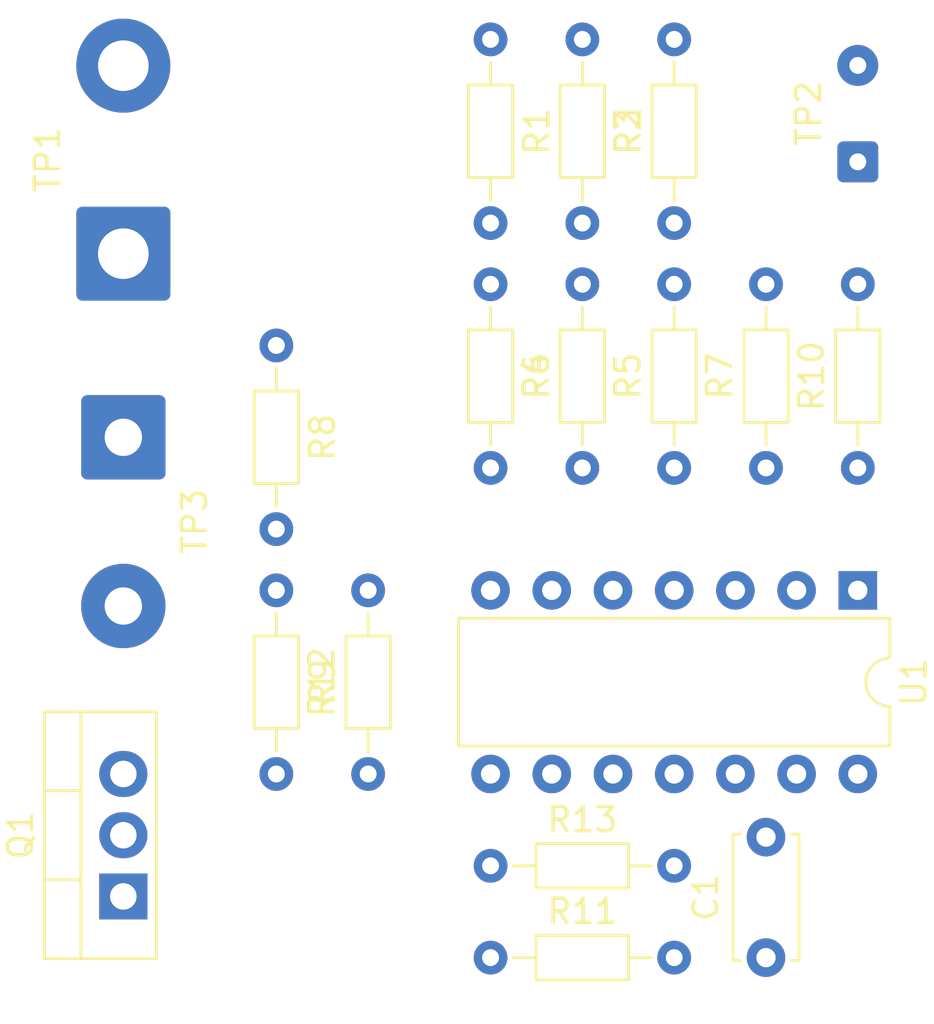
<source format=kicad_pcb>
(kicad_pcb (version 20171130) (host pcbnew "(5.1.12)-1")

  (general
    (thickness 1.6)
    (drawings 0)
    (tracks 0)
    (zones 0)
    (modules 19)
    (nets 13)
  )

  (page A4)
  (layers
    (0 F.Cu signal)
    (31 B.Cu signal)
    (32 B.Adhes user)
    (33 F.Adhes user)
    (34 B.Paste user)
    (35 F.Paste user)
    (36 B.SilkS user)
    (37 F.SilkS user)
    (38 B.Mask user)
    (39 F.Mask user)
    (40 Dwgs.User user)
    (41 Cmts.User user)
    (42 Eco1.User user)
    (43 Eco2.User user)
    (44 Edge.Cuts user)
    (45 Margin user)
    (46 B.CrtYd user)
    (47 F.CrtYd user)
    (48 B.Fab user)
    (49 F.Fab user)
  )

  (setup
    (last_trace_width 0.25)
    (trace_clearance 0.2)
    (zone_clearance 0.508)
    (zone_45_only no)
    (trace_min 0.2)
    (via_size 0.8)
    (via_drill 0.4)
    (via_min_size 0.4)
    (via_min_drill 0.3)
    (uvia_size 0.3)
    (uvia_drill 0.1)
    (uvias_allowed no)
    (uvia_min_size 0.2)
    (uvia_min_drill 0.1)
    (edge_width 0.05)
    (segment_width 0.2)
    (pcb_text_width 0.3)
    (pcb_text_size 1.5 1.5)
    (mod_edge_width 0.12)
    (mod_text_size 1 1)
    (mod_text_width 0.15)
    (pad_size 1.524 1.524)
    (pad_drill 0.762)
    (pad_to_mask_clearance 0)
    (aux_axis_origin 0 0)
    (visible_elements FFFFFF7F)
    (pcbplotparams
      (layerselection 0x010fc_ffffffff)
      (usegerberextensions false)
      (usegerberattributes true)
      (usegerberadvancedattributes true)
      (creategerberjobfile true)
      (excludeedgelayer true)
      (linewidth 0.100000)
      (plotframeref false)
      (viasonmask false)
      (mode 1)
      (useauxorigin false)
      (hpglpennumber 1)
      (hpglpenspeed 20)
      (hpglpendiameter 15.000000)
      (psnegative false)
      (psa4output false)
      (plotreference true)
      (plotvalue true)
      (plotinvisibletext false)
      (padsonsilk false)
      (subtractmaskfromsilk false)
      (outputformat 1)
      (mirror false)
      (drillshape 1)
      (scaleselection 1)
      (outputdirectory ""))
  )

  (net 0 "")
  (net 1 GND)
  (net 2 "Net-(C1-Pad1)")
  (net 3 "Net-(Q1-Pad2)")
  (net 4 "Net-(Q1-Pad1)")
  (net 5 "Net-(R1-Pad2)")
  (net 6 +12V)
  (net 7 "Net-(R2-Pad2)")
  (net 8 "Net-(R4-Pad1)")
  (net 9 "Net-(R5-Pad1)")
  (net 10 "Net-(R10-Pad1)")
  (net 11 "Net-(R12-Pad2)")
  (net 12 "Net-(R11-Pad1)")

  (net_class Default "This is the default net class."
    (clearance 0.2)
    (trace_width 0.25)
    (via_dia 0.8)
    (via_drill 0.4)
    (uvia_dia 0.3)
    (uvia_drill 0.1)
    (add_net +12V)
    (add_net GND)
    (add_net "Net-(C1-Pad1)")
    (add_net "Net-(Q1-Pad1)")
    (add_net "Net-(Q1-Pad2)")
    (add_net "Net-(R1-Pad2)")
    (add_net "Net-(R10-Pad1)")
    (add_net "Net-(R11-Pad1)")
    (add_net "Net-(R12-Pad2)")
    (add_net "Net-(R2-Pad2)")
    (add_net "Net-(R4-Pad1)")
    (add_net "Net-(R5-Pad1)")
  )

  (module Resistor_THT:R_Axial_DIN0204_L3.6mm_D1.6mm_P7.62mm_Horizontal (layer F.Cu) (tedit 5AE5139B) (tstamp 61AD2B68)
    (at 107.95 43.18 270)
    (descr "Resistor, Axial_DIN0204 series, Axial, Horizontal, pin pitch=7.62mm, 0.167W, length*diameter=3.6*1.6mm^2, http://cdn-reichelt.de/documents/datenblatt/B400/1_4W%23YAG.pdf")
    (tags "Resistor Axial_DIN0204 series Axial Horizontal pin pitch 7.62mm 0.167W length 3.6mm diameter 1.6mm")
    (path /61AC1048)
    (fp_text reference R1 (at 3.81 -1.92 90) (layer F.SilkS)
      (effects (font (size 1 1) (thickness 0.15)))
    )
    (fp_text value 4,7k (at 3.81 1.92 90) (layer F.Fab)
      (effects (font (size 1 1) (thickness 0.15)))
    )
    (fp_text user %R (at 3.81 0 90) (layer F.Fab)
      (effects (font (size 0.72 0.72) (thickness 0.108)))
    )
    (fp_line (start 2.01 -0.8) (end 2.01 0.8) (layer F.Fab) (width 0.1))
    (fp_line (start 2.01 0.8) (end 5.61 0.8) (layer F.Fab) (width 0.1))
    (fp_line (start 5.61 0.8) (end 5.61 -0.8) (layer F.Fab) (width 0.1))
    (fp_line (start 5.61 -0.8) (end 2.01 -0.8) (layer F.Fab) (width 0.1))
    (fp_line (start 0 0) (end 2.01 0) (layer F.Fab) (width 0.1))
    (fp_line (start 7.62 0) (end 5.61 0) (layer F.Fab) (width 0.1))
    (fp_line (start 1.89 -0.92) (end 1.89 0.92) (layer F.SilkS) (width 0.12))
    (fp_line (start 1.89 0.92) (end 5.73 0.92) (layer F.SilkS) (width 0.12))
    (fp_line (start 5.73 0.92) (end 5.73 -0.92) (layer F.SilkS) (width 0.12))
    (fp_line (start 5.73 -0.92) (end 1.89 -0.92) (layer F.SilkS) (width 0.12))
    (fp_line (start 0.94 0) (end 1.89 0) (layer F.SilkS) (width 0.12))
    (fp_line (start 6.68 0) (end 5.73 0) (layer F.SilkS) (width 0.12))
    (fp_line (start -0.95 -1.05) (end -0.95 1.05) (layer F.CrtYd) (width 0.05))
    (fp_line (start -0.95 1.05) (end 8.57 1.05) (layer F.CrtYd) (width 0.05))
    (fp_line (start 8.57 1.05) (end 8.57 -1.05) (layer F.CrtYd) (width 0.05))
    (fp_line (start 8.57 -1.05) (end -0.95 -1.05) (layer F.CrtYd) (width 0.05))
    (pad 2 thru_hole oval (at 7.62 0 270) (size 1.4 1.4) (drill 0.7) (layers *.Cu *.Mask)
      (net 5 "Net-(R1-Pad2)"))
    (pad 1 thru_hole circle (at 0 0 270) (size 1.4 1.4) (drill 0.7) (layers *.Cu *.Mask)
      (net 6 +12V))
    (model ${KISYS3DMOD}/Resistor_THT.3dshapes/R_Axial_DIN0204_L3.6mm_D1.6mm_P7.62mm_Horizontal.wrl
      (at (xyz 0 0 0))
      (scale (xyz 1 1 1))
      (rotate (xyz 0 0 0))
    )
  )

  (module Package_DIP:DIP-14_W7.62mm (layer F.Cu) (tedit 5A02E8C5) (tstamp 61AD2CD1)
    (at 123.19 66.04 270)
    (descr "14-lead though-hole mounted DIP package, row spacing 7.62 mm (300 mils)")
    (tags "THT DIP DIL PDIP 2.54mm 7.62mm 300mil")
    (path /61AC2E5A)
    (fp_text reference U1 (at 3.81 -2.33 90) (layer F.SilkS)
      (effects (font (size 1 1) (thickness 0.15)))
    )
    (fp_text value LM324 (at 3.81 17.57 90) (layer F.Fab)
      (effects (font (size 1 1) (thickness 0.15)))
    )
    (fp_text user %R (at 3.81 7.62 90) (layer F.Fab)
      (effects (font (size 1 1) (thickness 0.15)))
    )
    (fp_arc (start 3.81 -1.33) (end 2.81 -1.33) (angle -180) (layer F.SilkS) (width 0.12))
    (fp_line (start 1.635 -1.27) (end 6.985 -1.27) (layer F.Fab) (width 0.1))
    (fp_line (start 6.985 -1.27) (end 6.985 16.51) (layer F.Fab) (width 0.1))
    (fp_line (start 6.985 16.51) (end 0.635 16.51) (layer F.Fab) (width 0.1))
    (fp_line (start 0.635 16.51) (end 0.635 -0.27) (layer F.Fab) (width 0.1))
    (fp_line (start 0.635 -0.27) (end 1.635 -1.27) (layer F.Fab) (width 0.1))
    (fp_line (start 2.81 -1.33) (end 1.16 -1.33) (layer F.SilkS) (width 0.12))
    (fp_line (start 1.16 -1.33) (end 1.16 16.57) (layer F.SilkS) (width 0.12))
    (fp_line (start 1.16 16.57) (end 6.46 16.57) (layer F.SilkS) (width 0.12))
    (fp_line (start 6.46 16.57) (end 6.46 -1.33) (layer F.SilkS) (width 0.12))
    (fp_line (start 6.46 -1.33) (end 4.81 -1.33) (layer F.SilkS) (width 0.12))
    (fp_line (start -1.1 -1.55) (end -1.1 16.8) (layer F.CrtYd) (width 0.05))
    (fp_line (start -1.1 16.8) (end 8.7 16.8) (layer F.CrtYd) (width 0.05))
    (fp_line (start 8.7 16.8) (end 8.7 -1.55) (layer F.CrtYd) (width 0.05))
    (fp_line (start 8.7 -1.55) (end -1.1 -1.55) (layer F.CrtYd) (width 0.05))
    (pad 14 thru_hole oval (at 7.62 0 270) (size 1.6 1.6) (drill 0.8) (layers *.Cu *.Mask))
    (pad 7 thru_hole oval (at 0 15.24 270) (size 1.6 1.6) (drill 0.8) (layers *.Cu *.Mask)
      (net 12 "Net-(R11-Pad1)"))
    (pad 13 thru_hole oval (at 7.62 2.54 270) (size 1.6 1.6) (drill 0.8) (layers *.Cu *.Mask))
    (pad 6 thru_hole oval (at 0 12.7 270) (size 1.6 1.6) (drill 0.8) (layers *.Cu *.Mask)
      (net 2 "Net-(C1-Pad1)"))
    (pad 12 thru_hole oval (at 7.62 5.08 270) (size 1.6 1.6) (drill 0.8) (layers *.Cu *.Mask))
    (pad 5 thru_hole oval (at 0 10.16 270) (size 1.6 1.6) (drill 0.8) (layers *.Cu *.Mask)
      (net 11 "Net-(R12-Pad2)"))
    (pad 11 thru_hole oval (at 7.62 7.62 270) (size 1.6 1.6) (drill 0.8) (layers *.Cu *.Mask)
      (net 1 GND))
    (pad 4 thru_hole oval (at 0 7.62 270) (size 1.6 1.6) (drill 0.8) (layers *.Cu *.Mask)
      (net 6 +12V))
    (pad 10 thru_hole oval (at 7.62 10.16 270) (size 1.6 1.6) (drill 0.8) (layers *.Cu *.Mask)
      (net 2 "Net-(C1-Pad1)"))
    (pad 3 thru_hole oval (at 0 5.08 270) (size 1.6 1.6) (drill 0.8) (layers *.Cu *.Mask)
      (net 8 "Net-(R4-Pad1)"))
    (pad 9 thru_hole oval (at 7.62 12.7 270) (size 1.6 1.6) (drill 0.8) (layers *.Cu *.Mask)
      (net 10 "Net-(R10-Pad1)"))
    (pad 2 thru_hole oval (at 0 2.54 270) (size 1.6 1.6) (drill 0.8) (layers *.Cu *.Mask)
      (net 9 "Net-(R5-Pad1)"))
    (pad 8 thru_hole oval (at 7.62 15.24 270) (size 1.6 1.6) (drill 0.8) (layers *.Cu *.Mask)
      (net 4 "Net-(Q1-Pad1)"))
    (pad 1 thru_hole rect (at 0 0 270) (size 1.6 1.6) (drill 0.8) (layers *.Cu *.Mask)
      (net 10 "Net-(R10-Pad1)"))
    (model ${KISYS3DMOD}/Package_DIP.3dshapes/DIP-14_W7.62mm.wrl
      (at (xyz 0 0 0))
      (scale (xyz 1 1 1))
      (rotate (xyz 0 0 0))
    )
  )

  (module Connector_Wire:SolderWire-0.75sqmm_1x02_P7mm_D1.25mm_OD3.5mm (layer F.Cu) (tedit 5EB70B44) (tstamp 61AD2CAF)
    (at 92.71 59.69 270)
    (descr "Soldered wire connection, for 2 times 0.75 mm² wires, reinforced insulation, conductor diameter 1.25mm, outer diameter 3.5mm, size source Multi-Contact FLEXI-xV 0.75 (https://ec.staubli.com/AcroFiles/Catalogues/TM_Cab-Main-11014119_(en)_hi.pdf), bend radius 3 times outer diameter, generated with kicad-footprint-generator")
    (tags "connector wire 0.75sqmm")
    (path /61ADFB6E)
    (attr virtual)
    (fp_text reference TP3 (at 3.5 -2.95 90) (layer F.SilkS)
      (effects (font (size 1 1) (thickness 0.15)))
    )
    (fp_text value Motor (at 3.5 2.95 90) (layer F.Fab)
      (effects (font (size 1 1) (thickness 0.15)))
    )
    (fp_text user %R (at 3.5 0) (layer F.Fab)
      (effects (font (size 1 1) (thickness 0.15)))
    )
    (fp_circle (center 0 0) (end 1.75 0) (layer F.Fab) (width 0.1))
    (fp_circle (center 7 0) (end 8.75 0) (layer F.Fab) (width 0.1))
    (fp_line (start -2.5 -2.25) (end -2.5 2.25) (layer F.CrtYd) (width 0.05))
    (fp_line (start -2.5 2.25) (end 2.5 2.25) (layer F.CrtYd) (width 0.05))
    (fp_line (start 2.5 2.25) (end 2.5 -2.25) (layer F.CrtYd) (width 0.05))
    (fp_line (start 2.5 -2.25) (end -2.5 -2.25) (layer F.CrtYd) (width 0.05))
    (fp_line (start 4.5 -2.25) (end 4.5 2.25) (layer F.CrtYd) (width 0.05))
    (fp_line (start 4.5 2.25) (end 9.5 2.25) (layer F.CrtYd) (width 0.05))
    (fp_line (start 9.5 2.25) (end 9.5 -2.25) (layer F.CrtYd) (width 0.05))
    (fp_line (start 9.5 -2.25) (end 4.5 -2.25) (layer F.CrtYd) (width 0.05))
    (pad 2 thru_hole circle (at 7 0 270) (size 3.5 3.5) (drill 1.55) (layers *.Cu *.Mask)
      (net 3 "Net-(Q1-Pad2)"))
    (pad 1 thru_hole roundrect (at 0 0 270) (size 3.5 3.5) (drill 1.55) (layers *.Cu *.Mask) (roundrect_rratio 0.07142900000000001)
      (net 6 +12V))
    (model ${KISYS3DMOD}/Connector_Wire.3dshapes/SolderWire-0.75sqmm_1x02_P7mm_D1.25mm_OD3.5mm.wrl
      (at (xyz 0 0 0))
      (scale (xyz 1 1 1))
      (rotate (xyz 0 0 0))
    )
  )

  (module Connector_Wire:SolderWire-0.15sqmm_1x02_P4mm_D0.5mm_OD1.5mm (layer F.Cu) (tedit 5EB70B42) (tstamp 61AD2C9E)
    (at 123.19 48.26 90)
    (descr "Soldered wire connection, for 2 times 0.15 mm² wires, basic insulation, conductor diameter 0.5mm, outer diameter 1.5mm, size source Multi-Contact FLEXI-E 0.15 (https://ec.staubli.com/AcroFiles/Catalogues/TM_Cab-Main-11014119_(en)_hi.pdf), bend radius 3 times outer diameter, generated with kicad-footprint-generator")
    (tags "connector wire 0.15sqmm")
    (path /61AD7916)
    (attr virtual)
    (fp_text reference TP2 (at 2 -2.05 90) (layer F.SilkS)
      (effects (font (size 1 1) (thickness 0.15)))
    )
    (fp_text value NTC (at 2 2.05 90) (layer F.Fab)
      (effects (font (size 1 1) (thickness 0.15)))
    )
    (fp_text user %R (at 2 0) (layer F.Fab)
      (effects (font (size 0.68 0.68) (thickness 0.1)))
    )
    (fp_circle (center 0 0) (end 0.75 0) (layer F.Fab) (width 0.1))
    (fp_circle (center 4 0) (end 4.75 0) (layer F.Fab) (width 0.1))
    (fp_line (start -1.5 -1.35) (end -1.5 1.35) (layer F.CrtYd) (width 0.05))
    (fp_line (start -1.5 1.35) (end 1.5 1.35) (layer F.CrtYd) (width 0.05))
    (fp_line (start 1.5 1.35) (end 1.5 -1.35) (layer F.CrtYd) (width 0.05))
    (fp_line (start 1.5 -1.35) (end -1.5 -1.35) (layer F.CrtYd) (width 0.05))
    (fp_line (start 2.5 -1.35) (end 2.5 1.35) (layer F.CrtYd) (width 0.05))
    (fp_line (start 2.5 1.35) (end 5.5 1.35) (layer F.CrtYd) (width 0.05))
    (fp_line (start 5.5 1.35) (end 5.5 -1.35) (layer F.CrtYd) (width 0.05))
    (fp_line (start 5.5 -1.35) (end 2.5 -1.35) (layer F.CrtYd) (width 0.05))
    (pad 2 thru_hole circle (at 4 0 90) (size 1.7 1.7) (drill 0.7) (layers *.Cu *.Mask)
      (net 1 GND))
    (pad 1 thru_hole roundrect (at 0 0 90) (size 1.7 1.7) (drill 0.7) (layers *.Cu *.Mask) (roundrect_rratio 0.147059)
      (net 5 "Net-(R1-Pad2)"))
    (model ${KISYS3DMOD}/Connector_Wire.3dshapes/SolderWire-0.15sqmm_1x02_P4mm_D0.5mm_OD1.5mm.wrl
      (at (xyz 0 0 0))
      (scale (xyz 1 1 1))
      (rotate (xyz 0 0 0))
    )
  )

  (module Connector_Wire:SolderWire-1.5sqmm_1x02_P7.8mm_D1.7mm_OD3.9mm (layer F.Cu) (tedit 5EB70B45) (tstamp 61AD2C8D)
    (at 92.71 52.07 90)
    (descr "Soldered wire connection, for 2 times 1.5 mm² wires, reinforced insulation, conductor diameter 1.7mm, outer diameter 3.9mm, size source Multi-Contact FLEXI-xV 1.5 (https://ec.staubli.com/AcroFiles/Catalogues/TM_Cab-Main-11014119_(en)_hi.pdf), bend radius 3 times outer diameter, generated with kicad-footprint-generator")
    (tags "connector wire 1.5sqmm")
    (path /61AEB955)
    (attr virtual)
    (fp_text reference TP1 (at 3.9 -3.15 90) (layer F.SilkS)
      (effects (font (size 1 1) (thickness 0.15)))
    )
    (fp_text value Zasilanie (at 3.9 3.15 90) (layer F.Fab)
      (effects (font (size 1 1) (thickness 0.15)))
    )
    (fp_text user %R (at 3.9 0) (layer F.Fab)
      (effects (font (size 1 1) (thickness 0.15)))
    )
    (fp_circle (center 0 0) (end 1.95 0) (layer F.Fab) (width 0.1))
    (fp_circle (center 7.8 0) (end 9.75 0) (layer F.Fab) (width 0.1))
    (fp_line (start -2.7 -2.45) (end -2.7 2.45) (layer F.CrtYd) (width 0.05))
    (fp_line (start -2.7 2.45) (end 2.7 2.45) (layer F.CrtYd) (width 0.05))
    (fp_line (start 2.7 2.45) (end 2.7 -2.45) (layer F.CrtYd) (width 0.05))
    (fp_line (start 2.7 -2.45) (end -2.7 -2.45) (layer F.CrtYd) (width 0.05))
    (fp_line (start 5.1 -2.45) (end 5.1 2.45) (layer F.CrtYd) (width 0.05))
    (fp_line (start 5.1 2.45) (end 10.5 2.45) (layer F.CrtYd) (width 0.05))
    (fp_line (start 10.5 2.45) (end 10.5 -2.45) (layer F.CrtYd) (width 0.05))
    (fp_line (start 10.5 -2.45) (end 5.1 -2.45) (layer F.CrtYd) (width 0.05))
    (pad 2 thru_hole circle (at 7.8 0 90) (size 3.9 3.9) (drill 2.1) (layers *.Cu *.Mask)
      (net 1 GND))
    (pad 1 thru_hole roundrect (at 0 0 90) (size 3.9 3.9) (drill 2.1) (layers *.Cu *.Mask) (roundrect_rratio 0.06410299999999999)
      (net 6 +12V))
    (model ${KISYS3DMOD}/Connector_Wire.3dshapes/SolderWire-1.5sqmm_1x02_P7.8mm_D1.7mm_OD3.9mm.wrl
      (at (xyz 0 0 0))
      (scale (xyz 1 1 1))
      (rotate (xyz 0 0 0))
    )
  )

  (module Resistor_THT:R_Axial_DIN0204_L3.6mm_D1.6mm_P7.62mm_Horizontal (layer F.Cu) (tedit 5AE5139B) (tstamp 61AD2C7C)
    (at 107.95 77.47)
    (descr "Resistor, Axial_DIN0204 series, Axial, Horizontal, pin pitch=7.62mm, 0.167W, length*diameter=3.6*1.6mm^2, http://cdn-reichelt.de/documents/datenblatt/B400/1_4W%23YAG.pdf")
    (tags "Resistor Axial_DIN0204 series Axial Horizontal pin pitch 7.62mm 0.167W length 3.6mm diameter 1.6mm")
    (path /61AD1C00)
    (fp_text reference R13 (at 3.81 -1.92) (layer F.SilkS)
      (effects (font (size 1 1) (thickness 0.15)))
    )
    (fp_text value 100k (at 3.81 1.92) (layer F.Fab)
      (effects (font (size 1 1) (thickness 0.15)))
    )
    (fp_text user %R (at 3.81 0) (layer F.Fab)
      (effects (font (size 0.72 0.72) (thickness 0.108)))
    )
    (fp_line (start 2.01 -0.8) (end 2.01 0.8) (layer F.Fab) (width 0.1))
    (fp_line (start 2.01 0.8) (end 5.61 0.8) (layer F.Fab) (width 0.1))
    (fp_line (start 5.61 0.8) (end 5.61 -0.8) (layer F.Fab) (width 0.1))
    (fp_line (start 5.61 -0.8) (end 2.01 -0.8) (layer F.Fab) (width 0.1))
    (fp_line (start 0 0) (end 2.01 0) (layer F.Fab) (width 0.1))
    (fp_line (start 7.62 0) (end 5.61 0) (layer F.Fab) (width 0.1))
    (fp_line (start 1.89 -0.92) (end 1.89 0.92) (layer F.SilkS) (width 0.12))
    (fp_line (start 1.89 0.92) (end 5.73 0.92) (layer F.SilkS) (width 0.12))
    (fp_line (start 5.73 0.92) (end 5.73 -0.92) (layer F.SilkS) (width 0.12))
    (fp_line (start 5.73 -0.92) (end 1.89 -0.92) (layer F.SilkS) (width 0.12))
    (fp_line (start 0.94 0) (end 1.89 0) (layer F.SilkS) (width 0.12))
    (fp_line (start 6.68 0) (end 5.73 0) (layer F.SilkS) (width 0.12))
    (fp_line (start -0.95 -1.05) (end -0.95 1.05) (layer F.CrtYd) (width 0.05))
    (fp_line (start -0.95 1.05) (end 8.57 1.05) (layer F.CrtYd) (width 0.05))
    (fp_line (start 8.57 1.05) (end 8.57 -1.05) (layer F.CrtYd) (width 0.05))
    (fp_line (start 8.57 -1.05) (end -0.95 -1.05) (layer F.CrtYd) (width 0.05))
    (pad 2 thru_hole oval (at 7.62 0) (size 1.4 1.4) (drill 0.7) (layers *.Cu *.Mask)
      (net 1 GND))
    (pad 1 thru_hole circle (at 0 0) (size 1.4 1.4) (drill 0.7) (layers *.Cu *.Mask)
      (net 4 "Net-(Q1-Pad1)"))
    (model ${KISYS3DMOD}/Resistor_THT.3dshapes/R_Axial_DIN0204_L3.6mm_D1.6mm_P7.62mm_Horizontal.wrl
      (at (xyz 0 0 0))
      (scale (xyz 1 1 1))
      (rotate (xyz 0 0 0))
    )
  )

  (module Resistor_THT:R_Axial_DIN0204_L3.6mm_D1.6mm_P7.62mm_Horizontal (layer F.Cu) (tedit 5AE5139B) (tstamp 61AD2C65)
    (at 102.87 73.66 90)
    (descr "Resistor, Axial_DIN0204 series, Axial, Horizontal, pin pitch=7.62mm, 0.167W, length*diameter=3.6*1.6mm^2, http://cdn-reichelt.de/documents/datenblatt/B400/1_4W%23YAG.pdf")
    (tags "Resistor Axial_DIN0204 series Axial Horizontal pin pitch 7.62mm 0.167W length 3.6mm diameter 1.6mm")
    (path /61ACE2C6)
    (fp_text reference R12 (at 3.81 -1.92 90) (layer F.SilkS)
      (effects (font (size 1 1) (thickness 0.15)))
    )
    (fp_text value 10k (at 3.81 1.92 90) (layer F.Fab)
      (effects (font (size 1 1) (thickness 0.15)))
    )
    (fp_text user %R (at 3.81 0 90) (layer F.Fab)
      (effects (font (size 0.72 0.72) (thickness 0.108)))
    )
    (fp_line (start 2.01 -0.8) (end 2.01 0.8) (layer F.Fab) (width 0.1))
    (fp_line (start 2.01 0.8) (end 5.61 0.8) (layer F.Fab) (width 0.1))
    (fp_line (start 5.61 0.8) (end 5.61 -0.8) (layer F.Fab) (width 0.1))
    (fp_line (start 5.61 -0.8) (end 2.01 -0.8) (layer F.Fab) (width 0.1))
    (fp_line (start 0 0) (end 2.01 0) (layer F.Fab) (width 0.1))
    (fp_line (start 7.62 0) (end 5.61 0) (layer F.Fab) (width 0.1))
    (fp_line (start 1.89 -0.92) (end 1.89 0.92) (layer F.SilkS) (width 0.12))
    (fp_line (start 1.89 0.92) (end 5.73 0.92) (layer F.SilkS) (width 0.12))
    (fp_line (start 5.73 0.92) (end 5.73 -0.92) (layer F.SilkS) (width 0.12))
    (fp_line (start 5.73 -0.92) (end 1.89 -0.92) (layer F.SilkS) (width 0.12))
    (fp_line (start 0.94 0) (end 1.89 0) (layer F.SilkS) (width 0.12))
    (fp_line (start 6.68 0) (end 5.73 0) (layer F.SilkS) (width 0.12))
    (fp_line (start -0.95 -1.05) (end -0.95 1.05) (layer F.CrtYd) (width 0.05))
    (fp_line (start -0.95 1.05) (end 8.57 1.05) (layer F.CrtYd) (width 0.05))
    (fp_line (start 8.57 1.05) (end 8.57 -1.05) (layer F.CrtYd) (width 0.05))
    (fp_line (start 8.57 -1.05) (end -0.95 -1.05) (layer F.CrtYd) (width 0.05))
    (pad 2 thru_hole oval (at 7.62 0 90) (size 1.4 1.4) (drill 0.7) (layers *.Cu *.Mask)
      (net 11 "Net-(R12-Pad2)"))
    (pad 1 thru_hole circle (at 0 0 90) (size 1.4 1.4) (drill 0.7) (layers *.Cu *.Mask)
      (net 12 "Net-(R11-Pad1)"))
    (model ${KISYS3DMOD}/Resistor_THT.3dshapes/R_Axial_DIN0204_L3.6mm_D1.6mm_P7.62mm_Horizontal.wrl
      (at (xyz 0 0 0))
      (scale (xyz 1 1 1))
      (rotate (xyz 0 0 0))
    )
  )

  (module Resistor_THT:R_Axial_DIN0204_L3.6mm_D1.6mm_P7.62mm_Horizontal (layer F.Cu) (tedit 5AE5139B) (tstamp 61AD2C4E)
    (at 107.95 81.28)
    (descr "Resistor, Axial_DIN0204 series, Axial, Horizontal, pin pitch=7.62mm, 0.167W, length*diameter=3.6*1.6mm^2, http://cdn-reichelt.de/documents/datenblatt/B400/1_4W%23YAG.pdf")
    (tags "Resistor Axial_DIN0204 series Axial Horizontal pin pitch 7.62mm 0.167W length 3.6mm diameter 1.6mm")
    (path /61ACF4D8)
    (fp_text reference R11 (at 3.81 -1.92) (layer F.SilkS)
      (effects (font (size 1 1) (thickness 0.15)))
    )
    (fp_text value 10k (at 3.81 1.92) (layer F.Fab)
      (effects (font (size 1 1) (thickness 0.15)))
    )
    (fp_text user %R (at 3.81 0) (layer F.Fab)
      (effects (font (size 0.72 0.72) (thickness 0.108)))
    )
    (fp_line (start 2.01 -0.8) (end 2.01 0.8) (layer F.Fab) (width 0.1))
    (fp_line (start 2.01 0.8) (end 5.61 0.8) (layer F.Fab) (width 0.1))
    (fp_line (start 5.61 0.8) (end 5.61 -0.8) (layer F.Fab) (width 0.1))
    (fp_line (start 5.61 -0.8) (end 2.01 -0.8) (layer F.Fab) (width 0.1))
    (fp_line (start 0 0) (end 2.01 0) (layer F.Fab) (width 0.1))
    (fp_line (start 7.62 0) (end 5.61 0) (layer F.Fab) (width 0.1))
    (fp_line (start 1.89 -0.92) (end 1.89 0.92) (layer F.SilkS) (width 0.12))
    (fp_line (start 1.89 0.92) (end 5.73 0.92) (layer F.SilkS) (width 0.12))
    (fp_line (start 5.73 0.92) (end 5.73 -0.92) (layer F.SilkS) (width 0.12))
    (fp_line (start 5.73 -0.92) (end 1.89 -0.92) (layer F.SilkS) (width 0.12))
    (fp_line (start 0.94 0) (end 1.89 0) (layer F.SilkS) (width 0.12))
    (fp_line (start 6.68 0) (end 5.73 0) (layer F.SilkS) (width 0.12))
    (fp_line (start -0.95 -1.05) (end -0.95 1.05) (layer F.CrtYd) (width 0.05))
    (fp_line (start -0.95 1.05) (end 8.57 1.05) (layer F.CrtYd) (width 0.05))
    (fp_line (start 8.57 1.05) (end 8.57 -1.05) (layer F.CrtYd) (width 0.05))
    (fp_line (start 8.57 -1.05) (end -0.95 -1.05) (layer F.CrtYd) (width 0.05))
    (pad 2 thru_hole oval (at 7.62 0) (size 1.4 1.4) (drill 0.7) (layers *.Cu *.Mask)
      (net 2 "Net-(C1-Pad1)"))
    (pad 1 thru_hole circle (at 0 0) (size 1.4 1.4) (drill 0.7) (layers *.Cu *.Mask)
      (net 12 "Net-(R11-Pad1)"))
    (model ${KISYS3DMOD}/Resistor_THT.3dshapes/R_Axial_DIN0204_L3.6mm_D1.6mm_P7.62mm_Horizontal.wrl
      (at (xyz 0 0 0))
      (scale (xyz 1 1 1))
      (rotate (xyz 0 0 0))
    )
  )

  (module Resistor_THT:R_Axial_DIN0204_L3.6mm_D1.6mm_P7.62mm_Horizontal (layer F.Cu) (tedit 5AE5139B) (tstamp 61AD2C37)
    (at 123.19 60.96 90)
    (descr "Resistor, Axial_DIN0204 series, Axial, Horizontal, pin pitch=7.62mm, 0.167W, length*diameter=3.6*1.6mm^2, http://cdn-reichelt.de/documents/datenblatt/B400/1_4W%23YAG.pdf")
    (tags "Resistor Axial_DIN0204 series Axial Horizontal pin pitch 7.62mm 0.167W length 3.6mm diameter 1.6mm")
    (path /61AD177B)
    (fp_text reference R10 (at 3.81 -1.92 90) (layer F.SilkS)
      (effects (font (size 1 1) (thickness 0.15)))
    )
    (fp_text value 100k (at 3.81 1.92 90) (layer F.Fab)
      (effects (font (size 1 1) (thickness 0.15)))
    )
    (fp_text user %R (at 3.81 0 90) (layer F.Fab)
      (effects (font (size 0.72 0.72) (thickness 0.108)))
    )
    (fp_line (start 2.01 -0.8) (end 2.01 0.8) (layer F.Fab) (width 0.1))
    (fp_line (start 2.01 0.8) (end 5.61 0.8) (layer F.Fab) (width 0.1))
    (fp_line (start 5.61 0.8) (end 5.61 -0.8) (layer F.Fab) (width 0.1))
    (fp_line (start 5.61 -0.8) (end 2.01 -0.8) (layer F.Fab) (width 0.1))
    (fp_line (start 0 0) (end 2.01 0) (layer F.Fab) (width 0.1))
    (fp_line (start 7.62 0) (end 5.61 0) (layer F.Fab) (width 0.1))
    (fp_line (start 1.89 -0.92) (end 1.89 0.92) (layer F.SilkS) (width 0.12))
    (fp_line (start 1.89 0.92) (end 5.73 0.92) (layer F.SilkS) (width 0.12))
    (fp_line (start 5.73 0.92) (end 5.73 -0.92) (layer F.SilkS) (width 0.12))
    (fp_line (start 5.73 -0.92) (end 1.89 -0.92) (layer F.SilkS) (width 0.12))
    (fp_line (start 0.94 0) (end 1.89 0) (layer F.SilkS) (width 0.12))
    (fp_line (start 6.68 0) (end 5.73 0) (layer F.SilkS) (width 0.12))
    (fp_line (start -0.95 -1.05) (end -0.95 1.05) (layer F.CrtYd) (width 0.05))
    (fp_line (start -0.95 1.05) (end 8.57 1.05) (layer F.CrtYd) (width 0.05))
    (fp_line (start 8.57 1.05) (end 8.57 -1.05) (layer F.CrtYd) (width 0.05))
    (fp_line (start 8.57 -1.05) (end -0.95 -1.05) (layer F.CrtYd) (width 0.05))
    (pad 2 thru_hole oval (at 7.62 0 90) (size 1.4 1.4) (drill 0.7) (layers *.Cu *.Mask)
      (net 1 GND))
    (pad 1 thru_hole circle (at 0 0 90) (size 1.4 1.4) (drill 0.7) (layers *.Cu *.Mask)
      (net 10 "Net-(R10-Pad1)"))
    (model ${KISYS3DMOD}/Resistor_THT.3dshapes/R_Axial_DIN0204_L3.6mm_D1.6mm_P7.62mm_Horizontal.wrl
      (at (xyz 0 0 0))
      (scale (xyz 1 1 1))
      (rotate (xyz 0 0 0))
    )
  )

  (module Resistor_THT:R_Axial_DIN0204_L3.6mm_D1.6mm_P7.62mm_Horizontal (layer F.Cu) (tedit 5AE5139B) (tstamp 61AD2C20)
    (at 99.06 66.04 270)
    (descr "Resistor, Axial_DIN0204 series, Axial, Horizontal, pin pitch=7.62mm, 0.167W, length*diameter=3.6*1.6mm^2, http://cdn-reichelt.de/documents/datenblatt/B400/1_4W%23YAG.pdf")
    (tags "Resistor Axial_DIN0204 series Axial Horizontal pin pitch 7.62mm 0.167W length 3.6mm diameter 1.6mm")
    (path /61AD0582)
    (fp_text reference R9 (at 3.81 -1.92 90) (layer F.SilkS)
      (effects (font (size 1 1) (thickness 0.15)))
    )
    (fp_text value 10k (at 3.81 1.92 90) (layer F.Fab)
      (effects (font (size 1 1) (thickness 0.15)))
    )
    (fp_text user %R (at 3.81 0 90) (layer F.Fab)
      (effects (font (size 0.72 0.72) (thickness 0.108)))
    )
    (fp_line (start 2.01 -0.8) (end 2.01 0.8) (layer F.Fab) (width 0.1))
    (fp_line (start 2.01 0.8) (end 5.61 0.8) (layer F.Fab) (width 0.1))
    (fp_line (start 5.61 0.8) (end 5.61 -0.8) (layer F.Fab) (width 0.1))
    (fp_line (start 5.61 -0.8) (end 2.01 -0.8) (layer F.Fab) (width 0.1))
    (fp_line (start 0 0) (end 2.01 0) (layer F.Fab) (width 0.1))
    (fp_line (start 7.62 0) (end 5.61 0) (layer F.Fab) (width 0.1))
    (fp_line (start 1.89 -0.92) (end 1.89 0.92) (layer F.SilkS) (width 0.12))
    (fp_line (start 1.89 0.92) (end 5.73 0.92) (layer F.SilkS) (width 0.12))
    (fp_line (start 5.73 0.92) (end 5.73 -0.92) (layer F.SilkS) (width 0.12))
    (fp_line (start 5.73 -0.92) (end 1.89 -0.92) (layer F.SilkS) (width 0.12))
    (fp_line (start 0.94 0) (end 1.89 0) (layer F.SilkS) (width 0.12))
    (fp_line (start 6.68 0) (end 5.73 0) (layer F.SilkS) (width 0.12))
    (fp_line (start -0.95 -1.05) (end -0.95 1.05) (layer F.CrtYd) (width 0.05))
    (fp_line (start -0.95 1.05) (end 8.57 1.05) (layer F.CrtYd) (width 0.05))
    (fp_line (start 8.57 1.05) (end 8.57 -1.05) (layer F.CrtYd) (width 0.05))
    (fp_line (start 8.57 -1.05) (end -0.95 -1.05) (layer F.CrtYd) (width 0.05))
    (pad 2 thru_hole oval (at 7.62 0 270) (size 1.4 1.4) (drill 0.7) (layers *.Cu *.Mask)
      (net 1 GND))
    (pad 1 thru_hole circle (at 0 0 270) (size 1.4 1.4) (drill 0.7) (layers *.Cu *.Mask)
      (net 11 "Net-(R12-Pad2)"))
    (model ${KISYS3DMOD}/Resistor_THT.3dshapes/R_Axial_DIN0204_L3.6mm_D1.6mm_P7.62mm_Horizontal.wrl
      (at (xyz 0 0 0))
      (scale (xyz 1 1 1))
      (rotate (xyz 0 0 0))
    )
  )

  (module Resistor_THT:R_Axial_DIN0204_L3.6mm_D1.6mm_P7.62mm_Horizontal (layer F.Cu) (tedit 5AE5139B) (tstamp 61AD2C09)
    (at 99.06 55.88 270)
    (descr "Resistor, Axial_DIN0204 series, Axial, Horizontal, pin pitch=7.62mm, 0.167W, length*diameter=3.6*1.6mm^2, http://cdn-reichelt.de/documents/datenblatt/B400/1_4W%23YAG.pdf")
    (tags "Resistor Axial_DIN0204 series Axial Horizontal pin pitch 7.62mm 0.167W length 3.6mm diameter 1.6mm")
    (path /61AD022E)
    (fp_text reference R8 (at 3.81 -1.92 90) (layer F.SilkS)
      (effects (font (size 1 1) (thickness 0.15)))
    )
    (fp_text value 39k (at 3.81 1.92 90) (layer F.Fab)
      (effects (font (size 1 1) (thickness 0.15)))
    )
    (fp_text user %R (at 3.81 0 90) (layer F.Fab)
      (effects (font (size 0.72 0.72) (thickness 0.108)))
    )
    (fp_line (start 2.01 -0.8) (end 2.01 0.8) (layer F.Fab) (width 0.1))
    (fp_line (start 2.01 0.8) (end 5.61 0.8) (layer F.Fab) (width 0.1))
    (fp_line (start 5.61 0.8) (end 5.61 -0.8) (layer F.Fab) (width 0.1))
    (fp_line (start 5.61 -0.8) (end 2.01 -0.8) (layer F.Fab) (width 0.1))
    (fp_line (start 0 0) (end 2.01 0) (layer F.Fab) (width 0.1))
    (fp_line (start 7.62 0) (end 5.61 0) (layer F.Fab) (width 0.1))
    (fp_line (start 1.89 -0.92) (end 1.89 0.92) (layer F.SilkS) (width 0.12))
    (fp_line (start 1.89 0.92) (end 5.73 0.92) (layer F.SilkS) (width 0.12))
    (fp_line (start 5.73 0.92) (end 5.73 -0.92) (layer F.SilkS) (width 0.12))
    (fp_line (start 5.73 -0.92) (end 1.89 -0.92) (layer F.SilkS) (width 0.12))
    (fp_line (start 0.94 0) (end 1.89 0) (layer F.SilkS) (width 0.12))
    (fp_line (start 6.68 0) (end 5.73 0) (layer F.SilkS) (width 0.12))
    (fp_line (start -0.95 -1.05) (end -0.95 1.05) (layer F.CrtYd) (width 0.05))
    (fp_line (start -0.95 1.05) (end 8.57 1.05) (layer F.CrtYd) (width 0.05))
    (fp_line (start 8.57 1.05) (end 8.57 -1.05) (layer F.CrtYd) (width 0.05))
    (fp_line (start 8.57 -1.05) (end -0.95 -1.05) (layer F.CrtYd) (width 0.05))
    (pad 2 thru_hole oval (at 7.62 0 270) (size 1.4 1.4) (drill 0.7) (layers *.Cu *.Mask)
      (net 11 "Net-(R12-Pad2)"))
    (pad 1 thru_hole circle (at 0 0 270) (size 1.4 1.4) (drill 0.7) (layers *.Cu *.Mask)
      (net 6 +12V))
    (model ${KISYS3DMOD}/Resistor_THT.3dshapes/R_Axial_DIN0204_L3.6mm_D1.6mm_P7.62mm_Horizontal.wrl
      (at (xyz 0 0 0))
      (scale (xyz 1 1 1))
      (rotate (xyz 0 0 0))
    )
  )

  (module Resistor_THT:R_Axial_DIN0204_L3.6mm_D1.6mm_P7.62mm_Horizontal (layer F.Cu) (tedit 5AE5139B) (tstamp 61AD2BF2)
    (at 119.38 60.96 90)
    (descr "Resistor, Axial_DIN0204 series, Axial, Horizontal, pin pitch=7.62mm, 0.167W, length*diameter=3.6*1.6mm^2, http://cdn-reichelt.de/documents/datenblatt/B400/1_4W%23YAG.pdf")
    (tags "Resistor Axial_DIN0204 series Axial Horizontal pin pitch 7.62mm 0.167W length 3.6mm diameter 1.6mm")
    (path /61AE2633)
    (fp_text reference R7 (at 3.81 -1.92 90) (layer F.SilkS)
      (effects (font (size 1 1) (thickness 0.15)))
    )
    (fp_text value 10k (at 3.81 1.92 90) (layer F.Fab)
      (effects (font (size 1 1) (thickness 0.15)))
    )
    (fp_text user %R (at 3.81 0 90) (layer F.Fab)
      (effects (font (size 0.72 0.72) (thickness 0.108)))
    )
    (fp_line (start 2.01 -0.8) (end 2.01 0.8) (layer F.Fab) (width 0.1))
    (fp_line (start 2.01 0.8) (end 5.61 0.8) (layer F.Fab) (width 0.1))
    (fp_line (start 5.61 0.8) (end 5.61 -0.8) (layer F.Fab) (width 0.1))
    (fp_line (start 5.61 -0.8) (end 2.01 -0.8) (layer F.Fab) (width 0.1))
    (fp_line (start 0 0) (end 2.01 0) (layer F.Fab) (width 0.1))
    (fp_line (start 7.62 0) (end 5.61 0) (layer F.Fab) (width 0.1))
    (fp_line (start 1.89 -0.92) (end 1.89 0.92) (layer F.SilkS) (width 0.12))
    (fp_line (start 1.89 0.92) (end 5.73 0.92) (layer F.SilkS) (width 0.12))
    (fp_line (start 5.73 0.92) (end 5.73 -0.92) (layer F.SilkS) (width 0.12))
    (fp_line (start 5.73 -0.92) (end 1.89 -0.92) (layer F.SilkS) (width 0.12))
    (fp_line (start 0.94 0) (end 1.89 0) (layer F.SilkS) (width 0.12))
    (fp_line (start 6.68 0) (end 5.73 0) (layer F.SilkS) (width 0.12))
    (fp_line (start -0.95 -1.05) (end -0.95 1.05) (layer F.CrtYd) (width 0.05))
    (fp_line (start -0.95 1.05) (end 8.57 1.05) (layer F.CrtYd) (width 0.05))
    (fp_line (start 8.57 1.05) (end 8.57 -1.05) (layer F.CrtYd) (width 0.05))
    (fp_line (start 8.57 -1.05) (end -0.95 -1.05) (layer F.CrtYd) (width 0.05))
    (pad 2 thru_hole oval (at 7.62 0 90) (size 1.4 1.4) (drill 0.7) (layers *.Cu *.Mask)
      (net 9 "Net-(R5-Pad1)"))
    (pad 1 thru_hole circle (at 0 0 90) (size 1.4 1.4) (drill 0.7) (layers *.Cu *.Mask)
      (net 10 "Net-(R10-Pad1)"))
    (model ${KISYS3DMOD}/Resistor_THT.3dshapes/R_Axial_DIN0204_L3.6mm_D1.6mm_P7.62mm_Horizontal.wrl
      (at (xyz 0 0 0))
      (scale (xyz 1 1 1))
      (rotate (xyz 0 0 0))
    )
  )

  (module Resistor_THT:R_Axial_DIN0204_L3.6mm_D1.6mm_P7.62mm_Horizontal (layer F.Cu) (tedit 5AE5139B) (tstamp 61AD2BDB)
    (at 107.95 53.34 270)
    (descr "Resistor, Axial_DIN0204 series, Axial, Horizontal, pin pitch=7.62mm, 0.167W, length*diameter=3.6*1.6mm^2, http://cdn-reichelt.de/documents/datenblatt/B400/1_4W%23YAG.pdf")
    (tags "Resistor Axial_DIN0204 series Axial Horizontal pin pitch 7.62mm 0.167W length 3.6mm diameter 1.6mm")
    (path /61AE2A22)
    (fp_text reference R6 (at 3.81 -1.92 90) (layer F.SilkS)
      (effects (font (size 1 1) (thickness 0.15)))
    )
    (fp_text value 10k (at 3.81 1.92 90) (layer F.Fab)
      (effects (font (size 1 1) (thickness 0.15)))
    )
    (fp_text user %R (at 3.81 0 90) (layer F.Fab)
      (effects (font (size 0.72 0.72) (thickness 0.108)))
    )
    (fp_line (start 2.01 -0.8) (end 2.01 0.8) (layer F.Fab) (width 0.1))
    (fp_line (start 2.01 0.8) (end 5.61 0.8) (layer F.Fab) (width 0.1))
    (fp_line (start 5.61 0.8) (end 5.61 -0.8) (layer F.Fab) (width 0.1))
    (fp_line (start 5.61 -0.8) (end 2.01 -0.8) (layer F.Fab) (width 0.1))
    (fp_line (start 0 0) (end 2.01 0) (layer F.Fab) (width 0.1))
    (fp_line (start 7.62 0) (end 5.61 0) (layer F.Fab) (width 0.1))
    (fp_line (start 1.89 -0.92) (end 1.89 0.92) (layer F.SilkS) (width 0.12))
    (fp_line (start 1.89 0.92) (end 5.73 0.92) (layer F.SilkS) (width 0.12))
    (fp_line (start 5.73 0.92) (end 5.73 -0.92) (layer F.SilkS) (width 0.12))
    (fp_line (start 5.73 -0.92) (end 1.89 -0.92) (layer F.SilkS) (width 0.12))
    (fp_line (start 0.94 0) (end 1.89 0) (layer F.SilkS) (width 0.12))
    (fp_line (start 6.68 0) (end 5.73 0) (layer F.SilkS) (width 0.12))
    (fp_line (start -0.95 -1.05) (end -0.95 1.05) (layer F.CrtYd) (width 0.05))
    (fp_line (start -0.95 1.05) (end 8.57 1.05) (layer F.CrtYd) (width 0.05))
    (fp_line (start 8.57 1.05) (end 8.57 -1.05) (layer F.CrtYd) (width 0.05))
    (fp_line (start 8.57 -1.05) (end -0.95 -1.05) (layer F.CrtYd) (width 0.05))
    (pad 2 thru_hole oval (at 7.62 0 270) (size 1.4 1.4) (drill 0.7) (layers *.Cu *.Mask)
      (net 8 "Net-(R4-Pad1)"))
    (pad 1 thru_hole circle (at 0 0 270) (size 1.4 1.4) (drill 0.7) (layers *.Cu *.Mask)
      (net 1 GND))
    (model ${KISYS3DMOD}/Resistor_THT.3dshapes/R_Axial_DIN0204_L3.6mm_D1.6mm_P7.62mm_Horizontal.wrl
      (at (xyz 0 0 0))
      (scale (xyz 1 1 1))
      (rotate (xyz 0 0 0))
    )
  )

  (module Resistor_THT:R_Axial_DIN0204_L3.6mm_D1.6mm_P7.62mm_Horizontal (layer F.Cu) (tedit 5AE5139B) (tstamp 61AD2BC4)
    (at 115.57 60.96 90)
    (descr "Resistor, Axial_DIN0204 series, Axial, Horizontal, pin pitch=7.62mm, 0.167W, length*diameter=3.6*1.6mm^2, http://cdn-reichelt.de/documents/datenblatt/B400/1_4W%23YAG.pdf")
    (tags "Resistor Axial_DIN0204 series Axial Horizontal pin pitch 7.62mm 0.167W length 3.6mm diameter 1.6mm")
    (path /61AF0C72)
    (fp_text reference R5 (at 3.81 -1.92 90) (layer F.SilkS)
      (effects (font (size 1 1) (thickness 0.15)))
    )
    (fp_text value 10k (at 3.81 1.92 90) (layer F.Fab)
      (effects (font (size 1 1) (thickness 0.15)))
    )
    (fp_text user %R (at 3.81 0 90) (layer F.Fab)
      (effects (font (size 0.72 0.72) (thickness 0.108)))
    )
    (fp_line (start 2.01 -0.8) (end 2.01 0.8) (layer F.Fab) (width 0.1))
    (fp_line (start 2.01 0.8) (end 5.61 0.8) (layer F.Fab) (width 0.1))
    (fp_line (start 5.61 0.8) (end 5.61 -0.8) (layer F.Fab) (width 0.1))
    (fp_line (start 5.61 -0.8) (end 2.01 -0.8) (layer F.Fab) (width 0.1))
    (fp_line (start 0 0) (end 2.01 0) (layer F.Fab) (width 0.1))
    (fp_line (start 7.62 0) (end 5.61 0) (layer F.Fab) (width 0.1))
    (fp_line (start 1.89 -0.92) (end 1.89 0.92) (layer F.SilkS) (width 0.12))
    (fp_line (start 1.89 0.92) (end 5.73 0.92) (layer F.SilkS) (width 0.12))
    (fp_line (start 5.73 0.92) (end 5.73 -0.92) (layer F.SilkS) (width 0.12))
    (fp_line (start 5.73 -0.92) (end 1.89 -0.92) (layer F.SilkS) (width 0.12))
    (fp_line (start 0.94 0) (end 1.89 0) (layer F.SilkS) (width 0.12))
    (fp_line (start 6.68 0) (end 5.73 0) (layer F.SilkS) (width 0.12))
    (fp_line (start -0.95 -1.05) (end -0.95 1.05) (layer F.CrtYd) (width 0.05))
    (fp_line (start -0.95 1.05) (end 8.57 1.05) (layer F.CrtYd) (width 0.05))
    (fp_line (start 8.57 1.05) (end 8.57 -1.05) (layer F.CrtYd) (width 0.05))
    (fp_line (start 8.57 -1.05) (end -0.95 -1.05) (layer F.CrtYd) (width 0.05))
    (pad 2 thru_hole oval (at 7.62 0 90) (size 1.4 1.4) (drill 0.7) (layers *.Cu *.Mask)
      (net 7 "Net-(R2-Pad2)"))
    (pad 1 thru_hole circle (at 0 0 90) (size 1.4 1.4) (drill 0.7) (layers *.Cu *.Mask)
      (net 9 "Net-(R5-Pad1)"))
    (model ${KISYS3DMOD}/Resistor_THT.3dshapes/R_Axial_DIN0204_L3.6mm_D1.6mm_P7.62mm_Horizontal.wrl
      (at (xyz 0 0 0))
      (scale (xyz 1 1 1))
      (rotate (xyz 0 0 0))
    )
  )

  (module Resistor_THT:R_Axial_DIN0204_L3.6mm_D1.6mm_P7.62mm_Horizontal (layer F.Cu) (tedit 5AE5139B) (tstamp 61AD2BAD)
    (at 111.76 60.96 90)
    (descr "Resistor, Axial_DIN0204 series, Axial, Horizontal, pin pitch=7.62mm, 0.167W, length*diameter=3.6*1.6mm^2, http://cdn-reichelt.de/documents/datenblatt/B400/1_4W%23YAG.pdf")
    (tags "Resistor Axial_DIN0204 series Axial Horizontal pin pitch 7.62mm 0.167W length 3.6mm diameter 1.6mm")
    (path /61AF0760)
    (fp_text reference R4 (at 3.81 -1.92 90) (layer F.SilkS)
      (effects (font (size 1 1) (thickness 0.15)))
    )
    (fp_text value 10k (at 3.81 1.92 90) (layer F.Fab)
      (effects (font (size 1 1) (thickness 0.15)))
    )
    (fp_text user %R (at 3.81 0 90) (layer F.Fab)
      (effects (font (size 0.72 0.72) (thickness 0.108)))
    )
    (fp_line (start 2.01 -0.8) (end 2.01 0.8) (layer F.Fab) (width 0.1))
    (fp_line (start 2.01 0.8) (end 5.61 0.8) (layer F.Fab) (width 0.1))
    (fp_line (start 5.61 0.8) (end 5.61 -0.8) (layer F.Fab) (width 0.1))
    (fp_line (start 5.61 -0.8) (end 2.01 -0.8) (layer F.Fab) (width 0.1))
    (fp_line (start 0 0) (end 2.01 0) (layer F.Fab) (width 0.1))
    (fp_line (start 7.62 0) (end 5.61 0) (layer F.Fab) (width 0.1))
    (fp_line (start 1.89 -0.92) (end 1.89 0.92) (layer F.SilkS) (width 0.12))
    (fp_line (start 1.89 0.92) (end 5.73 0.92) (layer F.SilkS) (width 0.12))
    (fp_line (start 5.73 0.92) (end 5.73 -0.92) (layer F.SilkS) (width 0.12))
    (fp_line (start 5.73 -0.92) (end 1.89 -0.92) (layer F.SilkS) (width 0.12))
    (fp_line (start 0.94 0) (end 1.89 0) (layer F.SilkS) (width 0.12))
    (fp_line (start 6.68 0) (end 5.73 0) (layer F.SilkS) (width 0.12))
    (fp_line (start -0.95 -1.05) (end -0.95 1.05) (layer F.CrtYd) (width 0.05))
    (fp_line (start -0.95 1.05) (end 8.57 1.05) (layer F.CrtYd) (width 0.05))
    (fp_line (start 8.57 1.05) (end 8.57 -1.05) (layer F.CrtYd) (width 0.05))
    (fp_line (start 8.57 -1.05) (end -0.95 -1.05) (layer F.CrtYd) (width 0.05))
    (pad 2 thru_hole oval (at 7.62 0 90) (size 1.4 1.4) (drill 0.7) (layers *.Cu *.Mask)
      (net 5 "Net-(R1-Pad2)"))
    (pad 1 thru_hole circle (at 0 0 90) (size 1.4 1.4) (drill 0.7) (layers *.Cu *.Mask)
      (net 8 "Net-(R4-Pad1)"))
    (model ${KISYS3DMOD}/Resistor_THT.3dshapes/R_Axial_DIN0204_L3.6mm_D1.6mm_P7.62mm_Horizontal.wrl
      (at (xyz 0 0 0))
      (scale (xyz 1 1 1))
      (rotate (xyz 0 0 0))
    )
  )

  (module Resistor_THT:R_Axial_DIN0204_L3.6mm_D1.6mm_P7.62mm_Horizontal (layer F.Cu) (tedit 5AE5139B) (tstamp 61AD2B96)
    (at 115.57 50.8 90)
    (descr "Resistor, Axial_DIN0204 series, Axial, Horizontal, pin pitch=7.62mm, 0.167W, length*diameter=3.6*1.6mm^2, http://cdn-reichelt.de/documents/datenblatt/B400/1_4W%23YAG.pdf")
    (tags "Resistor Axial_DIN0204 series Axial Horizontal pin pitch 7.62mm 0.167W length 3.6mm diameter 1.6mm")
    (path /61AC2327)
    (fp_text reference R3 (at 3.81 -1.92 90) (layer F.SilkS)
      (effects (font (size 1 1) (thickness 0.15)))
    )
    (fp_text value 10k (at 3.81 1.92 90) (layer F.Fab)
      (effects (font (size 1 1) (thickness 0.15)))
    )
    (fp_text user %R (at 3.81 0 90) (layer F.Fab)
      (effects (font (size 0.72 0.72) (thickness 0.108)))
    )
    (fp_line (start 2.01 -0.8) (end 2.01 0.8) (layer F.Fab) (width 0.1))
    (fp_line (start 2.01 0.8) (end 5.61 0.8) (layer F.Fab) (width 0.1))
    (fp_line (start 5.61 0.8) (end 5.61 -0.8) (layer F.Fab) (width 0.1))
    (fp_line (start 5.61 -0.8) (end 2.01 -0.8) (layer F.Fab) (width 0.1))
    (fp_line (start 0 0) (end 2.01 0) (layer F.Fab) (width 0.1))
    (fp_line (start 7.62 0) (end 5.61 0) (layer F.Fab) (width 0.1))
    (fp_line (start 1.89 -0.92) (end 1.89 0.92) (layer F.SilkS) (width 0.12))
    (fp_line (start 1.89 0.92) (end 5.73 0.92) (layer F.SilkS) (width 0.12))
    (fp_line (start 5.73 0.92) (end 5.73 -0.92) (layer F.SilkS) (width 0.12))
    (fp_line (start 5.73 -0.92) (end 1.89 -0.92) (layer F.SilkS) (width 0.12))
    (fp_line (start 0.94 0) (end 1.89 0) (layer F.SilkS) (width 0.12))
    (fp_line (start 6.68 0) (end 5.73 0) (layer F.SilkS) (width 0.12))
    (fp_line (start -0.95 -1.05) (end -0.95 1.05) (layer F.CrtYd) (width 0.05))
    (fp_line (start -0.95 1.05) (end 8.57 1.05) (layer F.CrtYd) (width 0.05))
    (fp_line (start 8.57 1.05) (end 8.57 -1.05) (layer F.CrtYd) (width 0.05))
    (fp_line (start 8.57 -1.05) (end -0.95 -1.05) (layer F.CrtYd) (width 0.05))
    (pad 2 thru_hole oval (at 7.62 0 90) (size 1.4 1.4) (drill 0.7) (layers *.Cu *.Mask)
      (net 1 GND))
    (pad 1 thru_hole circle (at 0 0 90) (size 1.4 1.4) (drill 0.7) (layers *.Cu *.Mask)
      (net 7 "Net-(R2-Pad2)"))
    (model ${KISYS3DMOD}/Resistor_THT.3dshapes/R_Axial_DIN0204_L3.6mm_D1.6mm_P7.62mm_Horizontal.wrl
      (at (xyz 0 0 0))
      (scale (xyz 1 1 1))
      (rotate (xyz 0 0 0))
    )
  )

  (module Resistor_THT:R_Axial_DIN0204_L3.6mm_D1.6mm_P7.62mm_Horizontal (layer F.Cu) (tedit 5AE5139B) (tstamp 61AD2B7F)
    (at 111.76 43.18 270)
    (descr "Resistor, Axial_DIN0204 series, Axial, Horizontal, pin pitch=7.62mm, 0.167W, length*diameter=3.6*1.6mm^2, http://cdn-reichelt.de/documents/datenblatt/B400/1_4W%23YAG.pdf")
    (tags "Resistor Axial_DIN0204 series Axial Horizontal pin pitch 7.62mm 0.167W length 3.6mm diameter 1.6mm")
    (path /61AC1E93)
    (fp_text reference R2 (at 3.81 -1.92 90) (layer F.SilkS)
      (effects (font (size 1 1) (thickness 0.15)))
    )
    (fp_text value 39k (at 3.81 1.92 90) (layer F.Fab)
      (effects (font (size 1 1) (thickness 0.15)))
    )
    (fp_text user %R (at 3.81 0 90) (layer F.Fab)
      (effects (font (size 0.72 0.72) (thickness 0.108)))
    )
    (fp_line (start 2.01 -0.8) (end 2.01 0.8) (layer F.Fab) (width 0.1))
    (fp_line (start 2.01 0.8) (end 5.61 0.8) (layer F.Fab) (width 0.1))
    (fp_line (start 5.61 0.8) (end 5.61 -0.8) (layer F.Fab) (width 0.1))
    (fp_line (start 5.61 -0.8) (end 2.01 -0.8) (layer F.Fab) (width 0.1))
    (fp_line (start 0 0) (end 2.01 0) (layer F.Fab) (width 0.1))
    (fp_line (start 7.62 0) (end 5.61 0) (layer F.Fab) (width 0.1))
    (fp_line (start 1.89 -0.92) (end 1.89 0.92) (layer F.SilkS) (width 0.12))
    (fp_line (start 1.89 0.92) (end 5.73 0.92) (layer F.SilkS) (width 0.12))
    (fp_line (start 5.73 0.92) (end 5.73 -0.92) (layer F.SilkS) (width 0.12))
    (fp_line (start 5.73 -0.92) (end 1.89 -0.92) (layer F.SilkS) (width 0.12))
    (fp_line (start 0.94 0) (end 1.89 0) (layer F.SilkS) (width 0.12))
    (fp_line (start 6.68 0) (end 5.73 0) (layer F.SilkS) (width 0.12))
    (fp_line (start -0.95 -1.05) (end -0.95 1.05) (layer F.CrtYd) (width 0.05))
    (fp_line (start -0.95 1.05) (end 8.57 1.05) (layer F.CrtYd) (width 0.05))
    (fp_line (start 8.57 1.05) (end 8.57 -1.05) (layer F.CrtYd) (width 0.05))
    (fp_line (start 8.57 -1.05) (end -0.95 -1.05) (layer F.CrtYd) (width 0.05))
    (pad 2 thru_hole oval (at 7.62 0 270) (size 1.4 1.4) (drill 0.7) (layers *.Cu *.Mask)
      (net 7 "Net-(R2-Pad2)"))
    (pad 1 thru_hole circle (at 0 0 270) (size 1.4 1.4) (drill 0.7) (layers *.Cu *.Mask)
      (net 6 +12V))
    (model ${KISYS3DMOD}/Resistor_THT.3dshapes/R_Axial_DIN0204_L3.6mm_D1.6mm_P7.62mm_Horizontal.wrl
      (at (xyz 0 0 0))
      (scale (xyz 1 1 1))
      (rotate (xyz 0 0 0))
    )
  )

  (module Package_TO_SOT_THT:TO-220-3_Vertical (layer F.Cu) (tedit 5AC8BA0D) (tstamp 61AD2B51)
    (at 92.71 78.74 90)
    (descr "TO-220-3, Vertical, RM 2.54mm, see https://www.vishay.com/docs/66542/to-220-1.pdf")
    (tags "TO-220-3 Vertical RM 2.54mm")
    (path /61ADD98E)
    (fp_text reference Q1 (at 2.54 -4.27 90) (layer F.SilkS)
      (effects (font (size 1 1) (thickness 0.15)))
    )
    (fp_text value IRF540N (at 2.54 2.5 90) (layer F.Fab)
      (effects (font (size 1 1) (thickness 0.15)))
    )
    (fp_text user %R (at 2.54 -4.27 90) (layer F.Fab)
      (effects (font (size 1 1) (thickness 0.15)))
    )
    (fp_line (start -2.46 -3.15) (end -2.46 1.25) (layer F.Fab) (width 0.1))
    (fp_line (start -2.46 1.25) (end 7.54 1.25) (layer F.Fab) (width 0.1))
    (fp_line (start 7.54 1.25) (end 7.54 -3.15) (layer F.Fab) (width 0.1))
    (fp_line (start 7.54 -3.15) (end -2.46 -3.15) (layer F.Fab) (width 0.1))
    (fp_line (start -2.46 -1.88) (end 7.54 -1.88) (layer F.Fab) (width 0.1))
    (fp_line (start 0.69 -3.15) (end 0.69 -1.88) (layer F.Fab) (width 0.1))
    (fp_line (start 4.39 -3.15) (end 4.39 -1.88) (layer F.Fab) (width 0.1))
    (fp_line (start -2.58 -3.27) (end 7.66 -3.27) (layer F.SilkS) (width 0.12))
    (fp_line (start -2.58 1.371) (end 7.66 1.371) (layer F.SilkS) (width 0.12))
    (fp_line (start -2.58 -3.27) (end -2.58 1.371) (layer F.SilkS) (width 0.12))
    (fp_line (start 7.66 -3.27) (end 7.66 1.371) (layer F.SilkS) (width 0.12))
    (fp_line (start -2.58 -1.76) (end 7.66 -1.76) (layer F.SilkS) (width 0.12))
    (fp_line (start 0.69 -3.27) (end 0.69 -1.76) (layer F.SilkS) (width 0.12))
    (fp_line (start 4.391 -3.27) (end 4.391 -1.76) (layer F.SilkS) (width 0.12))
    (fp_line (start -2.71 -3.4) (end -2.71 1.51) (layer F.CrtYd) (width 0.05))
    (fp_line (start -2.71 1.51) (end 7.79 1.51) (layer F.CrtYd) (width 0.05))
    (fp_line (start 7.79 1.51) (end 7.79 -3.4) (layer F.CrtYd) (width 0.05))
    (fp_line (start 7.79 -3.4) (end -2.71 -3.4) (layer F.CrtYd) (width 0.05))
    (pad 3 thru_hole oval (at 5.08 0 90) (size 1.905 2) (drill 1.1) (layers *.Cu *.Mask)
      (net 1 GND))
    (pad 2 thru_hole oval (at 2.54 0 90) (size 1.905 2) (drill 1.1) (layers *.Cu *.Mask)
      (net 3 "Net-(Q1-Pad2)"))
    (pad 1 thru_hole rect (at 0 0 90) (size 1.905 2) (drill 1.1) (layers *.Cu *.Mask)
      (net 4 "Net-(Q1-Pad1)"))
    (model ${KISYS3DMOD}/Package_TO_SOT_THT.3dshapes/TO-220-3_Vertical.wrl
      (at (xyz 0 0 0))
      (scale (xyz 1 1 1))
      (rotate (xyz 0 0 0))
    )
  )

  (module Capacitor_THT:C_Disc_D5.0mm_W2.5mm_P5.00mm (layer F.Cu) (tedit 5AE50EF0) (tstamp 61AD2B37)
    (at 119.38 81.28 90)
    (descr "C, Disc series, Radial, pin pitch=5.00mm, , diameter*width=5*2.5mm^2, Capacitor, http://cdn-reichelt.de/documents/datenblatt/B300/DS_KERKO_TC.pdf")
    (tags "C Disc series Radial pin pitch 5.00mm  diameter 5mm width 2.5mm Capacitor")
    (path /61AD226C)
    (fp_text reference C1 (at 2.5 -2.5 90) (layer F.SilkS)
      (effects (font (size 1 1) (thickness 0.15)))
    )
    (fp_text value 5n (at 2.5 2.5 90) (layer F.Fab)
      (effects (font (size 1 1) (thickness 0.15)))
    )
    (fp_text user %R (at 2.5 0 90) (layer F.Fab)
      (effects (font (size 1 1) (thickness 0.15)))
    )
    (fp_line (start 0 -1.25) (end 0 1.25) (layer F.Fab) (width 0.1))
    (fp_line (start 0 1.25) (end 5 1.25) (layer F.Fab) (width 0.1))
    (fp_line (start 5 1.25) (end 5 -1.25) (layer F.Fab) (width 0.1))
    (fp_line (start 5 -1.25) (end 0 -1.25) (layer F.Fab) (width 0.1))
    (fp_line (start -0.12 -1.37) (end 5.12 -1.37) (layer F.SilkS) (width 0.12))
    (fp_line (start -0.12 1.37) (end 5.12 1.37) (layer F.SilkS) (width 0.12))
    (fp_line (start -0.12 -1.37) (end -0.12 -1.055) (layer F.SilkS) (width 0.12))
    (fp_line (start -0.12 1.055) (end -0.12 1.37) (layer F.SilkS) (width 0.12))
    (fp_line (start 5.12 -1.37) (end 5.12 -1.055) (layer F.SilkS) (width 0.12))
    (fp_line (start 5.12 1.055) (end 5.12 1.37) (layer F.SilkS) (width 0.12))
    (fp_line (start -1.05 -1.5) (end -1.05 1.5) (layer F.CrtYd) (width 0.05))
    (fp_line (start -1.05 1.5) (end 6.05 1.5) (layer F.CrtYd) (width 0.05))
    (fp_line (start 6.05 1.5) (end 6.05 -1.5) (layer F.CrtYd) (width 0.05))
    (fp_line (start 6.05 -1.5) (end -1.05 -1.5) (layer F.CrtYd) (width 0.05))
    (pad 2 thru_hole circle (at 5 0 90) (size 1.6 1.6) (drill 0.8) (layers *.Cu *.Mask)
      (net 1 GND))
    (pad 1 thru_hole circle (at 0 0 90) (size 1.6 1.6) (drill 0.8) (layers *.Cu *.Mask)
      (net 2 "Net-(C1-Pad1)"))
    (model ${KISYS3DMOD}/Capacitor_THT.3dshapes/C_Disc_D5.0mm_W2.5mm_P5.00mm.wrl
      (at (xyz 0 0 0))
      (scale (xyz 1 1 1))
      (rotate (xyz 0 0 0))
    )
  )

)

</source>
